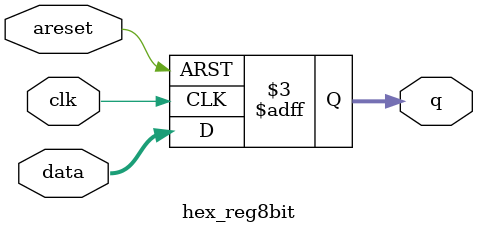
<source format=v>
module hex_reg8bit(
	input areset,
	input clk,
	input [7:0] data,
	output reg [7:0] q
	);
	
	always @(posedge clk, negedge areset) begin
		if(~areset)
			q <= 8'h00;
		else
			q  <= data;
	end

endmodule
</source>
